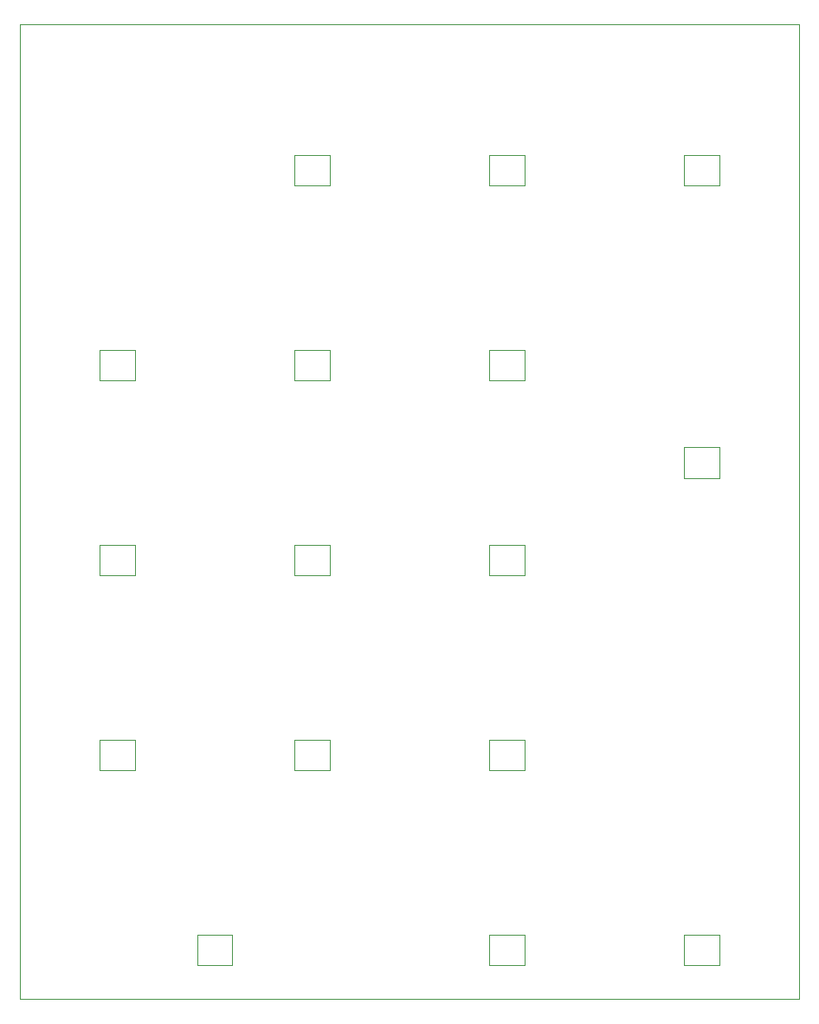
<source format=gbr>
G04 #@! TF.GenerationSoftware,KiCad,Pcbnew,(6.0.0)*
G04 #@! TF.CreationDate,2022-01-07T00:00:26+09:00*
G04 #@! TF.ProjectId,SkeletonNumPad,536b656c-6574-46f6-9e4e-756d5061642e,rev?*
G04 #@! TF.SameCoordinates,Original*
G04 #@! TF.FileFunction,Profile,NP*
%FSLAX46Y46*%
G04 Gerber Fmt 4.6, Leading zero omitted, Abs format (unit mm)*
G04 Created by KiCad (PCBNEW (6.0.0)) date 2022-01-07 00:00:26*
%MOMM*%
%LPD*%
G01*
G04 APERTURE LIST*
G04 #@! TA.AperFunction,Profile*
%ADD10C,0.100000*%
G04 #@! TD*
G04 #@! TA.AperFunction,Profile*
%ADD11C,0.120000*%
G04 #@! TD*
G04 APERTURE END LIST*
D10*
X28575000Y-114300000D02*
X104775000Y-114300000D01*
X104775000Y-114300000D02*
X104775000Y-19050000D01*
X104775000Y-19050000D02*
X28575000Y-19050000D01*
X28575000Y-19050000D02*
X28575000Y-114300000D01*
D11*
X74490000Y-50860000D02*
X77890000Y-50860000D01*
X74490000Y-53860000D02*
X74490000Y-50860000D01*
X77890000Y-53860000D02*
X74490000Y-53860000D01*
X77890000Y-50860000D02*
X77890000Y-53860000D01*
X49315000Y-111010000D02*
X45915000Y-111010000D01*
X49315000Y-108010000D02*
X49315000Y-111010000D01*
X45915000Y-111010000D02*
X45915000Y-108010000D01*
X45915000Y-108010000D02*
X49315000Y-108010000D01*
X36390000Y-50860000D02*
X39790000Y-50860000D01*
X39790000Y-50860000D02*
X39790000Y-53860000D01*
X36390000Y-53860000D02*
X36390000Y-50860000D01*
X39790000Y-53860000D02*
X36390000Y-53860000D01*
X74490000Y-72910000D02*
X74490000Y-69910000D01*
X77890000Y-72910000D02*
X74490000Y-72910000D01*
X74490000Y-69910000D02*
X77890000Y-69910000D01*
X77890000Y-69910000D02*
X77890000Y-72910000D01*
X74490000Y-108010000D02*
X77890000Y-108010000D01*
X77890000Y-108010000D02*
X77890000Y-111010000D01*
X74490000Y-111010000D02*
X74490000Y-108010000D01*
X77890000Y-111010000D02*
X74490000Y-111010000D01*
X74490000Y-91960000D02*
X74490000Y-88960000D01*
X77890000Y-88960000D02*
X77890000Y-91960000D01*
X77890000Y-91960000D02*
X74490000Y-91960000D01*
X74490000Y-88960000D02*
X77890000Y-88960000D01*
X96940000Y-108010000D02*
X96940000Y-111010000D01*
X96940000Y-111010000D02*
X93540000Y-111010000D01*
X93540000Y-108010000D02*
X96940000Y-108010000D01*
X93540000Y-111010000D02*
X93540000Y-108010000D01*
X39790000Y-88960000D02*
X39790000Y-91960000D01*
X36390000Y-88960000D02*
X39790000Y-88960000D01*
X39790000Y-91960000D02*
X36390000Y-91960000D01*
X36390000Y-91960000D02*
X36390000Y-88960000D01*
X58840000Y-91960000D02*
X55440000Y-91960000D01*
X55440000Y-91960000D02*
X55440000Y-88960000D01*
X58840000Y-88960000D02*
X58840000Y-91960000D01*
X55440000Y-88960000D02*
X58840000Y-88960000D01*
X58840000Y-72910000D02*
X55440000Y-72910000D01*
X58840000Y-69910000D02*
X58840000Y-72910000D01*
X55440000Y-72910000D02*
X55440000Y-69910000D01*
X55440000Y-69910000D02*
X58840000Y-69910000D01*
X93540000Y-34810000D02*
X93540000Y-31810000D01*
X96940000Y-31810000D02*
X96940000Y-34810000D01*
X93540000Y-31810000D02*
X96940000Y-31810000D01*
X96940000Y-34810000D02*
X93540000Y-34810000D01*
X58840000Y-53860000D02*
X55440000Y-53860000D01*
X55440000Y-53860000D02*
X55440000Y-50860000D01*
X55440000Y-50860000D02*
X58840000Y-50860000D01*
X58840000Y-50860000D02*
X58840000Y-53860000D01*
X39790000Y-72910000D02*
X36390000Y-72910000D01*
X39790000Y-69910000D02*
X39790000Y-72910000D01*
X36390000Y-72910000D02*
X36390000Y-69910000D01*
X36390000Y-69910000D02*
X39790000Y-69910000D01*
X93540000Y-63385000D02*
X93540000Y-60385000D01*
X96940000Y-60385000D02*
X96940000Y-63385000D01*
X96940000Y-63385000D02*
X93540000Y-63385000D01*
X93540000Y-60385000D02*
X96940000Y-60385000D01*
X77890000Y-34810000D02*
X74490000Y-34810000D01*
X74490000Y-34810000D02*
X74490000Y-31810000D01*
X74490000Y-31810000D02*
X77890000Y-31810000D01*
X77890000Y-31810000D02*
X77890000Y-34810000D01*
X58840000Y-31810000D02*
X58840000Y-34810000D01*
X55440000Y-31810000D02*
X58840000Y-31810000D01*
X55440000Y-34810000D02*
X55440000Y-31810000D01*
X58840000Y-34810000D02*
X55440000Y-34810000D01*
M02*

</source>
